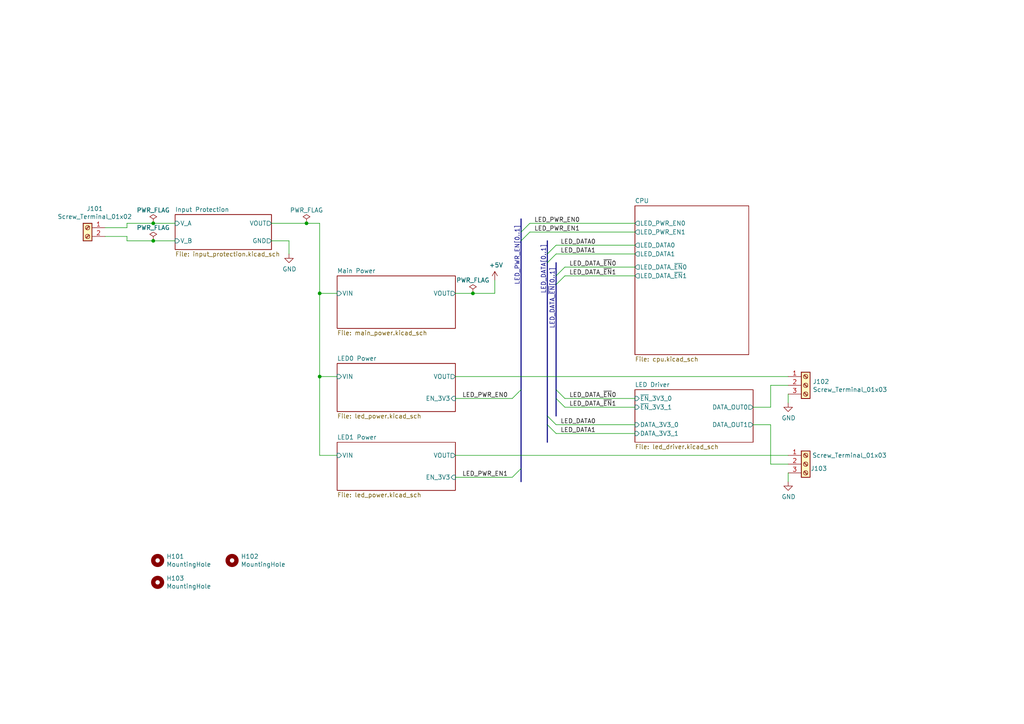
<source format=kicad_sch>
(kicad_sch (version 20230121) (generator eeschema)
  (paper "A4")
  (title_block (title "WS2812 Controller") (date "2021-10-10") (rev "1") (company "Stefan Misik") (comment 1 "Main Conectors"))
  (lib_symbols
    (symbol "Connector:Screw_Terminal_01x02" (pin_names (offset 1.016) hide)
      (property "Reference" "J" (at 0 2.54 0))
      (property "Value" "Screw_Terminal_01x02" (at 0 -5.08 0))
      (symbol "Screw_Terminal_01x02_1_1"
        (rectangle (start -1.27 1.27) (end 1.27 -3.81) (stroke (width 0.254)) (fill (type background)))
        (circle (center 0 -2.54) (radius 0.635) (stroke (width 0.1524)))
        (polyline (pts (xy -0.5334 -2.2098) (xy 0.3302 -3.048)) (stroke (width 0.1524)))
        (polyline (pts (xy -0.5334 0.3302) (xy 0.3302 -0.508)) (stroke (width 0.1524)))
        (polyline (pts (xy -0.3556 -2.032) (xy 0.508 -2.8702)) (stroke (width 0.1524)))
        (polyline (pts (xy -0.3556 0.508) (xy 0.508 -0.3302)) (stroke (width 0.1524)))
        (circle (center 0 0) (radius 0.635) (stroke (width 0.1524)))
        (pin passive line (at -5.08 0 0) (length 3.81) (name "Pin_1") (number "1"))
        (pin passive line (at -5.08 -2.54 0) (length 3.81) (name "Pin_2") (number "2"))
      )
    )
    (symbol "Connector:Screw_Terminal_01x03" (pin_names (offset 1.016) hide)
      (property "Reference" "J" (at 0 5.08 0))
      (property "Value" "Screw_Terminal_01x03" (at 0 -5.08 0))
      (symbol "Screw_Terminal_01x03_1_1"
        (rectangle (start -1.27 3.81) (end 1.27 -3.81) (stroke (width 0.254)) (fill (type background)))
        (circle (center 0 -2.54) (radius 0.635) (stroke (width 0.1524)))
        (polyline (pts (xy -0.5334 -2.2098) (xy 0.3302 -3.048)) (stroke (width 0.1524)))
        (polyline (pts (xy -0.5334 0.3302) (xy 0.3302 -0.508)) (stroke (width 0.1524)))
        (polyline (pts (xy -0.5334 2.8702) (xy 0.3302 2.032)) (stroke (width 0.1524)))
        (polyline (pts (xy -0.3556 -2.032) (xy 0.508 -2.8702)) (stroke (width 0.1524)))
        (polyline (pts (xy -0.3556 0.508) (xy 0.508 -0.3302)) (stroke (width 0.1524)))
        (polyline (pts (xy -0.3556 3.048) (xy 0.508 2.2098)) (stroke (width 0.1524)))
        (circle (center 0 0) (radius 0.635) (stroke (width 0.1524)))
        (circle (center 0 2.54) (radius 0.635) (stroke (width 0.1524)))
        (pin passive line (at -5.08 2.54 0) (length 3.81) (name "Pin_1") (number "1"))
        (pin passive line (at -5.08 0 0) (length 3.81) (name "Pin_2") (number "2"))
        (pin passive line (at -5.08 -2.54 0) (length 3.81) (name "Pin_3") (number "3"))
      )
    )
    (symbol "Mechanical:MountingHole" (pin_names (offset 1.016))
      (property "Reference" "H" (at 0 5.08 0))
      (property "Value" "MountingHole" (at 0 3.175 0))
      (symbol "MountingHole_0_1"
        (circle (center 0 0) (radius 1.27) (stroke (width 1.27)))
      )
    )
    (symbol "power:+5V" (power) (pin_names (offset 0))
      (property "Value" "+5V" (at 0 3.556 0))
      (symbol "+5V_0_1"
        (polyline (pts (xy -0.762 1.27) (xy 0 2.54)))
        (polyline (pts (xy 0 0) (xy 0 2.54)))
        (polyline (pts (xy 0 2.54) (xy 0.762 1.27)))
      )
      (symbol "+5V_1_1"
        (pin power_in line (at 0 0 90) (length 0) hide (name "+5V") (number "1"))
      )
    )
    (symbol "power:GND" (power) (pin_names (offset 0))
      (property "Value" "GND" (at 0 -3.81 0))
      (symbol "GND_0_1"
        (polyline (pts (xy 0 0) (xy 0 -1.27) (xy 1.27 -1.27) (xy 0 -2.54) (xy -1.27 -1.27) (xy 0 -1.27)))
      )
      (symbol "GND_1_1"
        (pin power_in line (at 0 0 270) (length 0) hide (name "GND") (number "1"))
      )
    )
    (symbol "power:PWR_FLAG" (power) (pin_numbers hide) (pin_names (offset 0) hide)
      (property "Value" "PWR_FLAG" (at 0 3.81 0))
      (symbol "PWR_FLAG_0_0"
        (pin power_out line (at 0 0 90) (length 0) (name "pwr") (number "1"))
      )
      (symbol "PWR_FLAG_0_1"
        (polyline (pts (xy 0 0) (xy 0 1.27) (xy -1.016 1.905) (xy 0 2.54) (xy 1.016 1.905) (xy 0 1.27)))
      )
    )
  )
  (junction (at 92.71 109.22))
  (junction (at 88.9 64.77))
  (junction (at 44.45 69.85))
  (junction (at 137.16 85.09))
  (junction (at 92.71 85.09))
  (junction (at 44.45 64.77))
  (bus_entry (at 148.59 138.43) (size 2.54 -2.54))
  (bus_entry (at 158.75 76.2) (size 2.54 -2.54))
  (bus_entry (at 161.29 115.57) (size 2.54 2.54))
  (bus_entry (at 151.13 67.31) (size 2.54 -2.54))
  (bus_entry (at 151.13 69.85) (size 2.54 -2.54))
  (bus_entry (at 161.29 82.55) (size 2.54 -2.54))
  (bus_entry (at 158.75 73.66) (size 2.54 -2.54))
  (bus_entry (at 161.29 113.03) (size 2.54 2.54))
  (bus_entry (at 148.59 115.57) (size 2.54 -2.54))
  (bus_entry (at 158.75 123.19) (size 2.54 2.54))
  (bus_entry (at 158.75 120.65) (size 2.54 2.54))
  (bus_entry (at 161.29 80.01) (size 2.54 -2.54))
  (wire (pts (xy 148.59 138.43) (xy 132.08 138.43)))
  (wire (pts (xy 223.52 123.19) (xy 223.52 134.62)))
  (wire (pts (xy 132.08 115.57) (xy 148.59 115.57)))
  (bus (pts (xy 158.75 123.19) (xy 158.75 128.27)))
  (wire (pts (xy 92.71 109.22) (xy 92.71 132.08)))
  (wire (pts (xy 228.6 139.7) (xy 228.6 137.16)))
  (wire (pts (xy 36.83 69.85) (xy 36.83 68.58)))
  (wire (pts (xy 92.71 85.09) (xy 92.71 64.77)))
  (wire (pts (xy 132.08 132.08) (xy 228.6 132.08)))
  (bus (pts (xy 158.75 69.85) (xy 158.75 73.66)))
  (wire (pts (xy 223.52 111.76) (xy 228.6 111.76)))
  (wire (pts (xy 78.74 64.77) (xy 88.9 64.77)))
  (wire (pts (xy 88.9 64.77) (xy 92.71 64.77)))
  (wire (pts (xy 137.16 85.09) (xy 143.51 85.09)))
  (bus (pts (xy 151.13 67.31) (xy 151.13 69.85)))
  (bus (pts (xy 151.13 135.89) (xy 151.13 139.7)))
  (bus (pts (xy 151.13 63.5) (xy 151.13 67.31)))
  (bus (pts (xy 158.75 76.2) (xy 158.75 120.65)))
  (wire (pts (xy 163.83 80.01) (xy 184.15 80.01)))
  (bus (pts (xy 161.29 113.03) (xy 161.29 115.57)))
  (wire (pts (xy 92.71 85.09) (xy 97.79 85.09)))
  (wire (pts (xy 132.08 109.22) (xy 228.6 109.22)))
  (wire (pts (xy 36.83 64.77) (xy 36.83 66.04)))
  (wire (pts (xy 161.29 123.19) (xy 184.15 123.19)))
  (wire (pts (xy 163.83 118.11) (xy 184.15 118.11)))
  (wire (pts (xy 218.44 123.19) (xy 223.52 123.19)))
  (wire (pts (xy 228.6 116.84) (xy 228.6 114.3)))
  (wire (pts (xy 161.29 71.12) (xy 184.15 71.12)))
  (bus (pts (xy 161.29 80.01) (xy 161.29 82.55)))
  (bus (pts (xy 158.75 73.66) (xy 158.75 76.2)))
  (wire (pts (xy 36.83 64.77) (xy 44.45 64.77)))
  (wire (pts (xy 163.83 77.47) (xy 184.15 77.47)))
  (wire (pts (xy 83.82 69.85) (xy 78.74 69.85)))
  (wire (pts (xy 92.71 132.08) (xy 97.79 132.08)))
  (bus (pts (xy 161.29 115.57) (xy 161.29 120.65)))
  (wire (pts (xy 92.71 85.09) (xy 92.71 109.22)))
  (wire (pts (xy 161.29 73.66) (xy 184.15 73.66)))
  (wire (pts (xy 163.83 115.57) (xy 184.15 115.57)))
  (wire (pts (xy 132.08 85.09) (xy 137.16 85.09)))
  (bus (pts (xy 151.13 113.03) (xy 151.13 135.89)))
  (wire (pts (xy 44.45 64.77) (xy 50.8 64.77)))
  (wire (pts (xy 83.82 73.66) (xy 83.82 69.85)))
  (bus (pts (xy 158.75 120.65) (xy 158.75 123.19)))
  (bus (pts (xy 151.13 69.85) (xy 151.13 113.03)))
  (bus (pts (xy 161.29 82.55) (xy 161.29 113.03)))
  (bus (pts (xy 161.29 76.2) (xy 161.29 80.01)))
  (wire (pts (xy 153.67 64.77) (xy 184.15 64.77)))
  (wire (pts (xy 36.83 69.85) (xy 44.45 69.85)))
  (wire (pts (xy 92.71 109.22) (xy 97.79 109.22)))
  (wire (pts (xy 36.83 66.04) (xy 30.48 66.04)))
  (wire (pts (xy 161.29 125.73) (xy 184.15 125.73)))
  (wire (pts (xy 223.52 118.11) (xy 223.52 111.76)))
  (wire (pts (xy 153.67 67.31) (xy 184.15 67.31)))
  (wire (pts (xy 143.51 85.09) (xy 143.51 81.28)))
  (wire (pts (xy 218.44 118.11) (xy 223.52 118.11)))
  (wire (pts (xy 44.45 69.85) (xy 50.8 69.85)))
  (wire (pts (xy 36.83 68.58) (xy 30.48 68.58)))
  (wire (pts (xy 223.52 134.62) (xy 228.6 134.62)))
  (label "LED_PWR_EN1" (at 147.32 138.43 180))
  (label "LED_DATA_~{EN}0" (at 165.1 115.57 0))
  (label "LED_PWR_EN0" (at 154.94 64.77 0))
  (label "LED_DATA0" (at 162.56 123.19 0))
  (label "LED_PWR_EN1" (at 154.94 67.31 0))
  (label "LED_PWR_EN[0..1]" (at 151.13 82.55 90))
  (label "LED_DATA_~{EN}0" (at 165.1 77.47 0))
  (label "LED_DATA_~{EN}1" (at 165.1 80.01 0))
  (label "LED_DATA1" (at 162.56 125.73 0))
  (label "LED_DATA_~{EN}1" (at 165.1 118.11 0))
  (label "LED_PWR_EN0" (at 147.32 115.57 180))
  (label "LED_DATA[0..1]" (at 158.75 85.09 90))
  (label "LED_DATA_~{EN}[0..1]" (at 161.29 95.25 90))
  (label "LED_DATA0" (at 162.56 71.12 0))
  (label "LED_DATA1" (at 162.56 73.66 0))
  (symbol (lib_id "power:+5V") (at 143.51 81.28 0) (unit 1)
    (property "Reference" "#PWR0102" (effects hide))
    (property "Value" "+5V" (at 143.891 76.8858 0))
  )
  (symbol (lib_id "Connector:Screw_Terminal_01x03") (at 233.68 111.76 0) (unit 1)
    (property "Reference" "J102" (at 235.712 110.6932 0) (effects (justify left)))
    (property "Value" "Screw_Terminal_01x03" (at 235.712 113.0046 0) (effects (justify left)))
    (property "Footprint" "TerminalBlock_Phoenix:TerminalBlock_Phoenix_MKDS-1,5-3_1x03_P5.00mm_Horizontal" (effects hide))
  )
  (symbol (lib_id "Connector:Screw_Terminal_01x03") (at 233.68 134.62 0) (unit 1)
    (property "Reference" "J103" (at 237.49 135.89 0))
    (property "Value" "Screw_Terminal_01x03" (at 246.38 132.08 0))
    (property "Footprint" "TerminalBlock_Phoenix:TerminalBlock_Phoenix_MKDS-1,5-3_1x03_P5.00mm_Horizontal" (effects hide))
  )
  (symbol (lib_id "power:GND") (at 228.6 116.84 0) (unit 1)
    (property "Reference" "#PWR0103" (effects hide))
    (property "Value" "GND" (at 228.727 121.2342 0))
  )
  (symbol (lib_id "power:GND") (at 83.82 73.66 0) (unit 1)
    (property "Reference" "#PWR0101" (effects hide))
    (property "Value" "GND" (at 83.947 78.0542 0))
  )
  (symbol (lib_id "Connector:Screw_Terminal_01x02") (at 25.4 66.04 0) (mirror y) (unit 1)
    (property "Reference" "J101" (at 27.4828 60.5282 0))
    (property "Value" "Screw_Terminal_01x02" (at 27.4828 62.8396 0))
    (property "Footprint" "TerminalBlock_Phoenix:TerminalBlock_Phoenix_MKDS-1,5-2_1x02_P5.00mm_Horizontal" (effects hide))
  )
  (symbol (lib_id "power:PWR_FLAG") (at 137.16 85.09 0) (unit 1)
    (property "Reference" "#FLG0104" (effects hide))
    (property "Value" "PWR_FLAG" (at 137.16 81.28 0))
  )
  (symbol (lib_id "Mechanical:MountingHole") (at 45.72 162.56 0) (unit 1)
    (property "Reference" "H101" (at 48.26 161.3916 0) (effects (justify left)))
    (property "Value" "MountingHole" (at 48.26 163.703 0) (effects (justify left)))
    (property "Footprint" "MountingHole:MountingHole_2.7mm_M2.5" (effects hide))
  )
  (symbol (lib_id "Mechanical:MountingHole") (at 45.72 168.91 0) (unit 1)
    (property "Reference" "H103" (at 48.26 167.7416 0) (effects (justify left)))
    (property "Value" "MountingHole" (at 48.26 170.053 0) (effects (justify left)))
    (property "Footprint" "MountingHole:MountingHole_2.7mm_M2.5" (effects hide))
  )
  (symbol (lib_id "Mechanical:MountingHole") (at 67.31 162.56 0) (unit 1)
    (property "Reference" "H102" (at 69.85 161.3916 0) (effects (justify left)))
    (property "Value" "MountingHole" (at 69.85 163.703 0) (effects (justify left)))
    (property "Footprint" "MountingHole:MountingHole_2.7mm_M2.5" (effects hide))
  )
  (symbol (lib_id "power:GND") (at 228.6 139.7 0) (unit 1)
    (property "Reference" "#PWR0104" (effects hide))
    (property "Value" "GND" (at 228.727 144.0942 0))
  )
  (symbol (lib_id "power:PWR_FLAG") (at 44.45 64.77 0) (unit 1)
    (property "Reference" "#FLG0101" (effects hide))
    (property "Value" "PWR_FLAG" (at 44.45 60.96 0))
  )
  (symbol (lib_id "power:PWR_FLAG") (at 44.45 69.85 0) (unit 1)
    (property "Reference" "#FLG0103" (effects hide))
    (property "Value" "PWR_FLAG" (at 44.45 66.04 0))
  )
  (symbol (lib_id "power:PWR_FLAG") (at 88.9 64.77 0) (unit 1)
    (property "Reference" "#FLG0102" (effects hide))
    (property "Value" "PWR_FLAG" (at 88.9 60.96 0))
  )
  (sheet (at 97.79 80.01) (size 34.29 15.24)
    (property "Sheetname" "Main Power" (at 97.79 79.2984 0) (effects (justify left bottom)))
    (property "Sheetfile" "main_power.kicad_sch" (at 97.79 95.8346 0) (effects (justify left top)))
    (pin "VIN" input (at 97.79 85.09 180))
    (pin "VOUT" output (at 132.08 85.09 0))
  )
  (sheet (at 184.15 59.69) (size 33.02 43.18)
    (property "Sheetname" "CPU" (at 184.15 58.9784 0) (effects (justify left bottom)))
    (property "Sheetfile" "cpu.kicad_sch" (at 184.15 103.4546 0) (effects (justify left top)))
    (pin "LED_DATA0" output (at 184.15 71.12 180))
    (pin "LED_DATA1" output (at 184.15 73.66 180))
    (pin "LED_PWR_EN0" output (at 184.15 64.77 180))
    (pin "LED_PWR_EN1" output (at 184.15 67.31 180))
    (pin "LED_DATA_~{EN}0" output (at 184.15 77.47 180))
    (pin "LED_DATA_~{EN}1" output (at 184.15 80.01 180))
  )
  (sheet (at 97.79 105.41) (size 34.29 13.97)
    (property "Sheetname" "LED0 Power" (at 97.79 104.6984 0) (effects (justify left bottom)))
    (property "Sheetfile" "led_power.kicad_sch" (at 97.79 119.9646 0) (effects (justify left top)))
    (pin "VIN" input (at 97.79 109.22 180))
    (pin "EN_3V3" input (at 132.08 115.57 0))
    (pin "VOUT" output (at 132.08 109.22 0))
  )
  (sheet (at 50.8 62.23) (size 27.94 10.16)
    (property "Sheetname" "Input Protection" (at 50.8 61.5184 0) (effects (justify left bottom)))
    (property "Sheetfile" "input_protection.kicad_sch" (at 50.8 72.9746 0) (effects (justify left top)))
    (pin "V_A" input (at 50.8 64.77 180))
    (pin "V_B" input (at 50.8 69.85 180))
    (pin "VOUT" output (at 78.74 64.77 0))
    (pin "GND" output (at 78.74 69.85 0))
  )
  (sheet (at 97.79 128.27) (size 34.29 13.97)
    (property "Sheetname" "LED1 Power" (at 97.79 127.5584 0) (effects (justify left bottom)))
    (property "Sheetfile" "led_power.kicad_sch" (at 97.79 142.8246 0) (effects (justify left top)))
    (pin "VIN" input (at 97.79 132.08 180))
    (pin "EN_3V3" input (at 132.08 138.43 0))
    (pin "VOUT" output (at 132.08 132.08 0))
  )
  (sheet (at 184.15 113.03) (size 34.29 15.24)
    (property "Sheetname" "LED Driver" (at 184.15 112.3184 0) (effects (justify left bottom)))
    (property "Sheetfile" "led_driver.kicad_sch" (at 184.15 128.8546 0) (effects (justify left top)))
    (pin "DATA_3V3_0" input (at 184.15 123.19 180))
    (pin "DATA_3V3_1" input (at 184.15 125.73 180))
    (pin "DATA_OUT0" output (at 218.44 118.11 0))
    (pin "DATA_OUT1" output (at 218.44 123.19 0))
    (pin "~{EN}_3V3_0" input (at 184.15 115.57 180))
    (pin "~{EN}_3V3_1" input (at 184.15 118.11 180))
  )
)
</source>
